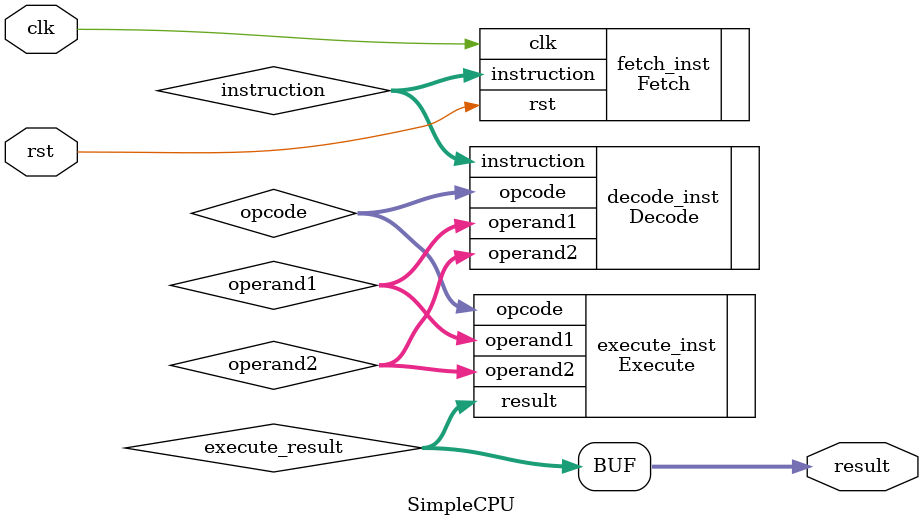
<source format=v>
module SimpleCPU (
    input wire clk,
    input wire rst,
    output wire [7:0] result
);

wire [15:0] instruction;
wire [3:0] opcode;
wire [3:0] operand1;
wire [3:0] operand2;
wire [7:0] execute_result;

Fetch fetch_inst (
    .clk(clk),
    .rst(rst),
    .instruction(instruction)
);

Decode decode_inst (
    .instruction(instruction),
    .opcode(opcode),
    .operand1(operand1),
    .operand2(operand2)
);

Execute execute_inst (
    .opcode(opcode),
    .operand1(operand1),
    .operand2(operand2),
    .result(execute_result)
);

assign result = execute_result;

endmodule
</source>
